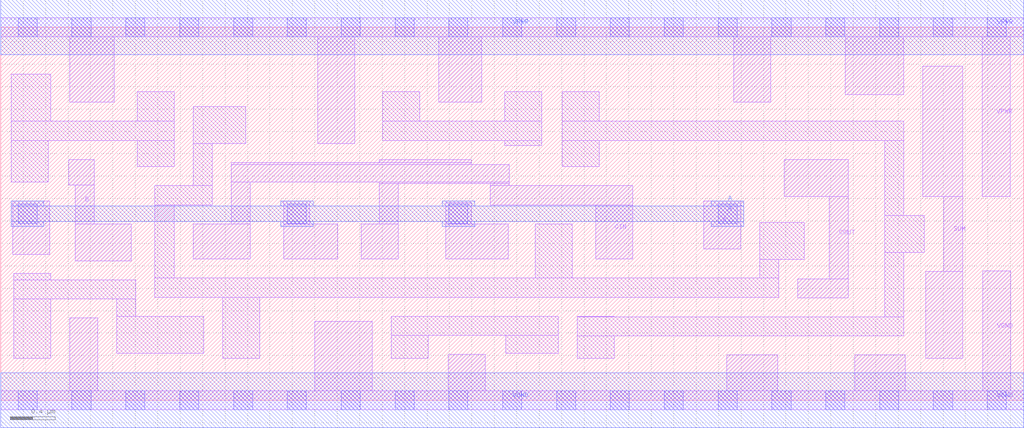
<source format=lef>
# Copyright 2020 The SkyWater PDK Authors
#
# Licensed under the Apache License, Version 2.0 (the "License");
# you may not use this file except in compliance with the License.
# You may obtain a copy of the License at
#
#     https://www.apache.org/licenses/LICENSE-2.0
#
# Unless required by applicable law or agreed to in writing, software
# distributed under the License is distributed on an "AS IS" BASIS,
# WITHOUT WARRANTIES OR CONDITIONS OF ANY KIND, either express or implied.
# See the License for the specific language governing permissions and
# limitations under the License.
#
# SPDX-License-Identifier: Apache-2.0

VERSION 5.7 ;
  NAMESCASESENSITIVE ON ;
  NOWIREEXTENSIONATPIN ON ;
  DIVIDERCHAR "/" ;
  BUSBITCHARS "[]" ;
UNITS
  DATABASE MICRONS 200 ;
END UNITS
MACRO sky130_fd_sc_ls__fa_2
  CLASS CORE ;
  SOURCE USER ;
  FOREIGN sky130_fd_sc_ls__fa_2 ;
  ORIGIN  0.000000  0.000000 ;
  SIZE  9.120000 BY  3.330000 ;
  SYMMETRY X Y ;
  SITE unit ;
  PIN A
    ANTENNAGATEAREA  1.044000 ;
    DIRECTION INPUT ;
    USE SIGNAL ;
    PORT
      LAYER li1 ;
        RECT 0.105000 1.300000 0.435000 1.780000 ;
        RECT 2.525000 1.260000 3.005000 1.575000 ;
        RECT 2.525000 1.575000 2.755000 1.780000 ;
        RECT 3.965000 1.260000 4.525000 1.575000 ;
        RECT 3.965000 1.575000 4.195000 1.765000 ;
        RECT 6.265000 1.350000 6.595000 1.780000 ;
      LAYER mcon ;
        RECT 0.155000 1.580000 0.325000 1.750000 ;
        RECT 2.555000 1.580000 2.725000 1.750000 ;
        RECT 3.995000 1.580000 4.165000 1.750000 ;
        RECT 6.395000 1.580000 6.565000 1.750000 ;
      LAYER met1 ;
        RECT 0.095000 1.550000 0.385000 1.595000 ;
        RECT 0.095000 1.595000 6.625000 1.735000 ;
        RECT 0.095000 1.735000 0.385000 1.780000 ;
        RECT 2.495000 1.550000 2.785000 1.595000 ;
        RECT 2.495000 1.735000 2.785000 1.780000 ;
        RECT 3.935000 1.550000 4.225000 1.595000 ;
        RECT 3.935000 1.735000 4.225000 1.780000 ;
        RECT 6.335000 1.550000 6.625000 1.595000 ;
        RECT 6.335000 1.735000 6.625000 1.780000 ;
    END
  END A
  PIN B
    ANTENNAGATEAREA  1.044000 ;
    DIRECTION INPUT ;
    USE SIGNAL ;
    PORT
      LAYER li1 ;
        RECT 0.605000 1.920000 0.835000 2.150000 ;
        RECT 0.665000 1.245000 1.165000 1.575000 ;
        RECT 0.665000 1.575000 0.835000 1.920000 ;
    END
  END B
  PIN CIN
    ANTENNAGATEAREA  0.783000 ;
    DIRECTION INPUT ;
    USE SIGNAL ;
    PORT
      LAYER li1 ;
        RECT 1.715000 1.260000 2.225000 1.575000 ;
        RECT 2.055000 1.575000 2.225000 1.950000 ;
        RECT 2.055000 1.950000 4.535000 2.105000 ;
        RECT 2.055000 2.105000 4.195000 2.120000 ;
        RECT 3.215000 1.260000 3.545000 1.575000 ;
        RECT 3.375000 1.575000 3.545000 1.935000 ;
        RECT 3.375000 1.935000 4.535000 1.950000 ;
        RECT 3.375000 2.120000 4.195000 2.150000 ;
        RECT 4.365000 1.745000 5.635000 1.915000 ;
        RECT 4.365000 1.915000 4.535000 1.935000 ;
        RECT 5.305000 1.260000 5.635000 1.745000 ;
    END
  END CIN
  PIN COUT
    ANTENNADIFFAREA  0.649600 ;
    DIRECTION OUTPUT ;
    USE SIGNAL ;
    PORT
      LAYER li1 ;
        RECT 6.985000 1.820000 7.555000 2.150000 ;
        RECT 7.105000 0.915000 7.555000 1.085000 ;
        RECT 7.385000 1.085000 7.555000 1.820000 ;
    END
  END COUT
  PIN SUM
    ANTENNADIFFAREA  0.543200 ;
    DIRECTION OUTPUT ;
    USE SIGNAL ;
    PORT
      LAYER li1 ;
        RECT 8.220000 1.820000 8.575000 2.980000 ;
        RECT 8.245000 0.375000 8.575000 1.150000 ;
        RECT 8.405000 1.150000 8.575000 1.820000 ;
    END
  END SUM
  PIN VGND
    DIRECTION INOUT ;
    SHAPE ABUTMENT ;
    USE GROUND ;
    PORT
      LAYER li1 ;
        RECT 0.000000 -0.085000 9.120000 0.085000 ;
        RECT 0.615000  0.085000 0.865000 0.735000 ;
        RECT 2.800000  0.085000 3.310000 0.705000 ;
        RECT 3.990000  0.085000 4.320000 0.410000 ;
        RECT 6.470000  0.085000 6.925000 0.405000 ;
        RECT 7.615000  0.085000 8.065000 0.405000 ;
        RECT 8.755000  0.085000 9.005000 1.155000 ;
      LAYER mcon ;
        RECT 0.155000 -0.085000 0.325000 0.085000 ;
        RECT 0.635000 -0.085000 0.805000 0.085000 ;
        RECT 1.115000 -0.085000 1.285000 0.085000 ;
        RECT 1.595000 -0.085000 1.765000 0.085000 ;
        RECT 2.075000 -0.085000 2.245000 0.085000 ;
        RECT 2.555000 -0.085000 2.725000 0.085000 ;
        RECT 3.035000 -0.085000 3.205000 0.085000 ;
        RECT 3.515000 -0.085000 3.685000 0.085000 ;
        RECT 3.995000 -0.085000 4.165000 0.085000 ;
        RECT 4.475000 -0.085000 4.645000 0.085000 ;
        RECT 4.955000 -0.085000 5.125000 0.085000 ;
        RECT 5.435000 -0.085000 5.605000 0.085000 ;
        RECT 5.915000 -0.085000 6.085000 0.085000 ;
        RECT 6.395000 -0.085000 6.565000 0.085000 ;
        RECT 6.875000 -0.085000 7.045000 0.085000 ;
        RECT 7.355000 -0.085000 7.525000 0.085000 ;
        RECT 7.835000 -0.085000 8.005000 0.085000 ;
        RECT 8.315000 -0.085000 8.485000 0.085000 ;
        RECT 8.795000 -0.085000 8.965000 0.085000 ;
      LAYER met1 ;
        RECT 0.000000 -0.245000 9.120000 0.245000 ;
    END
  END VGND
  PIN VPWR
    DIRECTION INOUT ;
    SHAPE ABUTMENT ;
    USE POWER ;
    PORT
      LAYER li1 ;
        RECT 0.000000 3.245000 9.120000 3.415000 ;
        RECT 0.615000 2.660000 1.010000 3.245000 ;
        RECT 2.825000 2.290000 3.155000 3.245000 ;
        RECT 3.905000 2.660000 4.290000 3.245000 ;
        RECT 6.535000 2.660000 6.865000 3.245000 ;
        RECT 7.530000 2.730000 8.050000 3.245000 ;
        RECT 8.750000 1.820000 9.000000 3.245000 ;
      LAYER mcon ;
        RECT 0.155000 3.245000 0.325000 3.415000 ;
        RECT 0.635000 3.245000 0.805000 3.415000 ;
        RECT 1.115000 3.245000 1.285000 3.415000 ;
        RECT 1.595000 3.245000 1.765000 3.415000 ;
        RECT 2.075000 3.245000 2.245000 3.415000 ;
        RECT 2.555000 3.245000 2.725000 3.415000 ;
        RECT 3.035000 3.245000 3.205000 3.415000 ;
        RECT 3.515000 3.245000 3.685000 3.415000 ;
        RECT 3.995000 3.245000 4.165000 3.415000 ;
        RECT 4.475000 3.245000 4.645000 3.415000 ;
        RECT 4.955000 3.245000 5.125000 3.415000 ;
        RECT 5.435000 3.245000 5.605000 3.415000 ;
        RECT 5.915000 3.245000 6.085000 3.415000 ;
        RECT 6.395000 3.245000 6.565000 3.415000 ;
        RECT 6.875000 3.245000 7.045000 3.415000 ;
        RECT 7.355000 3.245000 7.525000 3.415000 ;
        RECT 7.835000 3.245000 8.005000 3.415000 ;
        RECT 8.315000 3.245000 8.485000 3.415000 ;
        RECT 8.795000 3.245000 8.965000 3.415000 ;
      LAYER met1 ;
        RECT 0.000000 3.085000 9.120000 3.575000 ;
    END
  END VPWR
  OBS
    LAYER li1 ;
      RECT 0.095000 1.950000 0.425000 2.320000 ;
      RECT 0.095000 2.320000 1.545000 2.490000 ;
      RECT 0.095000 2.490000 0.445000 2.910000 ;
      RECT 0.115000 0.375000 0.445000 0.905000 ;
      RECT 0.115000 0.905000 1.205000 1.075000 ;
      RECT 0.115000 1.075000 0.445000 1.130000 ;
      RECT 1.035000 0.420000 1.810000 0.750000 ;
      RECT 1.035000 0.750000 1.205000 0.905000 ;
      RECT 1.215000 2.085000 1.545000 2.320000 ;
      RECT 1.215000 2.490000 1.545000 2.755000 ;
      RECT 1.375000 0.920000 6.935000 1.090000 ;
      RECT 1.375000 1.090000 1.545000 1.745000 ;
      RECT 1.375000 1.745000 1.885000 1.915000 ;
      RECT 1.715000 1.915000 1.885000 2.290000 ;
      RECT 1.715000 2.290000 2.185000 2.620000 ;
      RECT 1.980000 0.375000 2.310000 0.920000 ;
      RECT 3.405000 2.320000 4.825000 2.490000 ;
      RECT 3.405000 2.490000 3.735000 2.755000 ;
      RECT 3.480000 0.375000 3.810000 0.580000 ;
      RECT 3.480000 0.580000 4.970000 0.750000 ;
      RECT 4.495000 2.275000 4.825000 2.320000 ;
      RECT 4.495000 2.490000 4.825000 2.755000 ;
      RECT 4.500000 0.420000 4.970000 0.580000 ;
      RECT 4.765000 1.090000 5.095000 1.575000 ;
      RECT 5.005000 2.085000 5.335000 2.320000 ;
      RECT 5.005000 2.320000 8.050000 2.490000 ;
      RECT 5.005000 2.490000 5.335000 2.755000 ;
      RECT 5.140000 0.375000 5.470000 0.575000 ;
      RECT 5.140000 0.575000 8.050000 0.745000 ;
      RECT 5.140000 0.745000 5.470000 0.750000 ;
      RECT 6.765000 1.090000 6.935000 1.255000 ;
      RECT 6.765000 1.255000 7.165000 1.585000 ;
      RECT 7.880000 0.745000 8.050000 1.320000 ;
      RECT 7.880000 1.320000 8.235000 1.650000 ;
      RECT 7.880000 1.650000 8.050000 2.320000 ;
  END
END sky130_fd_sc_ls__fa_2

</source>
